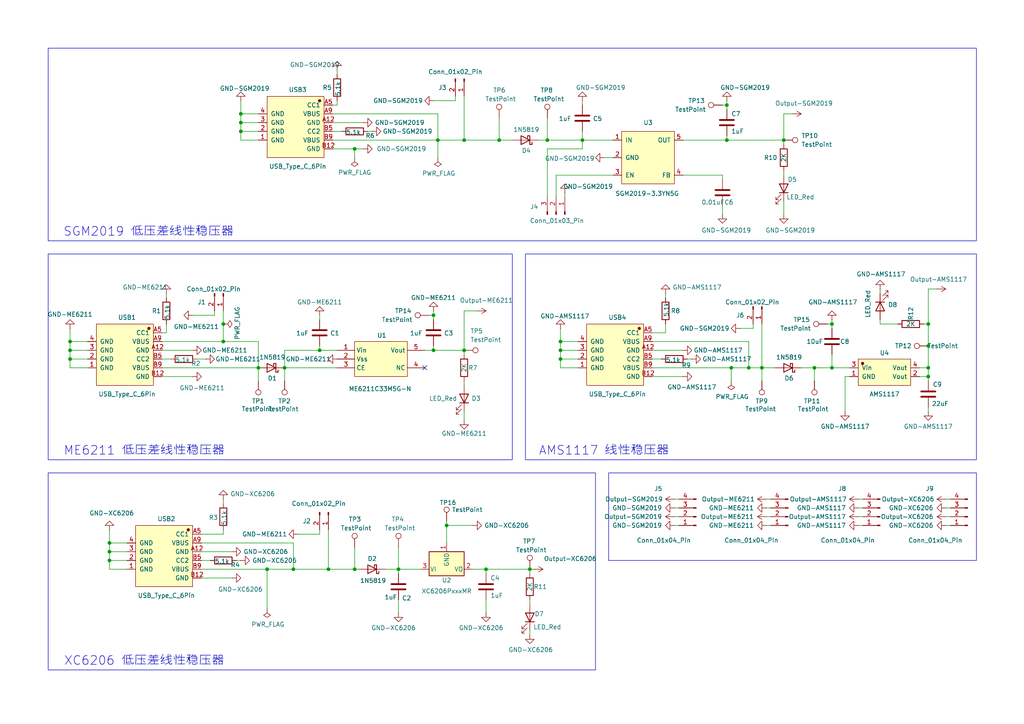
<source format=kicad_sch>
(kicad_sch (version 20231120) (generator "eeschema") (generator_version "8.0")
  (paper "A4")
  (title_block (title "UINIO-Power-LDO") (date "2024-04-23") (rev "Version 1.0.0") (company "UinIO.com 电子技术实验室"))
  (lib_symbols
    (symbol "Connector:Conn_01x02_Pin" (pin_names (offset 1.016) hide)
      (property "Reference" "J" (at 0 2.54 0))
      (property "Value" "Conn_01x02_Pin" (at 0 -5.08 0))
      (symbol "Conn_01x02_Pin_1_1"
        (pin passive line (at 5.08 0 180) (length 3.81) (name "Pin_1") (number "1"))
        (pin passive line (at 5.08 -2.54 180) (length 3.81) (name "Pin_2") (number "2"))
      )
    )
    (symbol "Connector:Conn_01x03_Pin" (pin_names (offset 1.016) hide)
      (property "Reference" "J" (at 0 5.08 0))
      (property "Value" "Conn_01x03_Pin" (at 0 -5.08 0))
      (symbol "Conn_01x03_Pin_1_1"
        (pin passive line (at 5.08 2.54 180) (length 3.81) (name "Pin_1") (number "1"))
        (pin passive line (at 5.08 0 180) (length 3.81) (name "Pin_2") (number "2"))
        (pin passive line (at 5.08 -2.54 180) (length 3.81) (name "Pin_3") (number "3"))
      )
    )
    (symbol "Connector:Conn_01x04_Pin" (pin_names (offset 1.016) hide)
      (property "Reference" "J" (at 0 5.08 0))
      (property "Value" "Conn_01x04_Pin" (at 0 -7.62 0))
      (symbol "Conn_01x04_Pin_1_1"
        (pin passive line (at 5.08 2.54 180) (length 3.81) (name "Pin_1") (number "1"))
        (pin passive line (at 5.08 0 180) (length 3.81) (name "Pin_2") (number "2"))
        (pin passive line (at 5.08 -2.54 180) (length 3.81) (name "Pin_3") (number "3"))
        (pin passive line (at 5.08 -5.08 180) (length 3.81) (name "Pin_4") (number "4"))
      )
    )
    (symbol "Connector:TestPoint" (pin_numbers hide) (pin_names (offset 0.762) hide)
      (property "Reference" "TP" (at 0 6.858 0))
      (property "Value" "TestPoint" (at 0 5.08 0))
      (symbol "TestPoint_1_1"
        (pin passive line (at 0 0 90) (length 2.54) (name "1") (number "1"))
      )
    )
    (symbol "Device:C" (pin_numbers hide) (pin_names (offset 0.254))
      (property "Reference" "C" (at 0.635 2.54 0))
      (property "Value" "C" (at 0.635 -2.54 0))
      (symbol "C_1_1"
        (pin passive line (at 0 3.81 270) (length 2.794) (name "~") (number "1"))
        (pin passive line (at 0 -3.81 90) (length 2.794) (name "~") (number "2"))
      )
    )
    (symbol "Device:LED" (pin_numbers hide) (pin_names (offset 1.016) hide)
      (property "Reference" "D" (at 0 2.54 0))
      (property "Value" "LED" (at 0 -2.54 0))
      (symbol "LED_1_1"
        (pin passive line (at -3.81 0 0) (length 2.54) (name "K") (number "1"))
        (pin passive line (at 3.81 0 180) (length 2.54) (name "A") (number "2"))
      )
    )
    (symbol "Device:R" (pin_numbers hide) (pin_names (offset 0))
      (property "Reference" "R" (at 2.032 0 90))
      (property "Value" "R" (at 0 0 90))
      (symbol "R_1_1"
        (pin passive line (at 0 3.81 270) (length 1.27) (name "~") (number "1"))
        (pin passive line (at 0 -3.81 90) (length 1.27) (name "~") (number "2"))
      )
    )
    (symbol "Diode:1N5819" (pin_numbers hide) (pin_names (offset 1.016) hide)
      (property "Reference" "D" (at 0 2.54 0))
      (property "Value" "1N5819" (at 0 -2.54 0))
      (symbol "1N5819_1_1"
        (pin passive line (at -3.81 0 0) (length 2.54) (name "K") (number "1"))
        (pin passive line (at 3.81 0 180) (length 2.54) (name "A") (number "2"))
      )
    )
    (symbol "Regulator_Linear:XC6206PxxxMR" (pin_names (offset 0.254))
      (property "Reference" "U" (at -3.81 3.175 0))
      (property "Value" "XC6206PxxxMR" (at 0 3.175 0))
      (symbol "XC6206PxxxMR_1_1"
        (pin power_in line (at 0 -7.62 90) (length 2.54) (name "GND") (number "1"))
        (pin power_out line (at 7.62 0 180) (length 2.54) (name "VO") (number "2"))
        (pin power_in line (at -7.62 0 0) (length 2.54) (name "VI") (number "3"))
      )
    )
    (symbol "Uinio:AMS1117" (pin_names (offset 1.016))
      (property "Reference" "U" (at 0 6.477 0))
      (property "Value" "AMS1117" (at 0 -6.35 0))
      (symbol "AMS1117_1_1"
        (pin input line (at -10.16 -1.27 0) (length 2.54) (name "GND") (number "1"))
        (pin input line (at 10.16 -1.27 180) (length 2.54) (name "Vout") (number "2"))
        (pin input line (at -10.16 1.27 0) (length 2.54) (name "Vin") (number "3"))
        (pin input line (at 10.16 1.27 180) (length 2.54) (name "Vout") (number "4"))
      )
    )
    (symbol "Uinio:ME6211"
      (property "Reference" "V1" (at 5.08 2.54 0))
      (property "Value" "ME6211" (at 8.89 -10.16 0))
      (symbol "ME6211_1_0"
        (pin passive line (at 0 0 0) (length 5.08) (name "Vin") (number "1"))
        (pin passive line (at 0 -2.54 0) (length 5.08) (name "Vss") (number "2"))
        (pin passive line (at 0 -5.08 0) (length 5.08) (name "CE") (number "3"))
        (pin passive line (at 25.4 -5.08 180) (length 5.08) (name "NC") (number "4"))
        (pin passive line (at 25.4 0 180) (length 5.08) (name "Vout") (number "5"))
      )
    )
    (symbol "Uinio:SGM2019-3.3YN5G" (pin_names (offset 1.016))
      (property "Reference" "U1" (at 0 12.7 0))
      (property "Value" "SGM2019-3.3YN5G" (at 0 -11.43 0))
      (symbol "SGM2019-3.3YN5G_1_1"
        (pin input line (at -10.16 5.08 0) (length 2.54) (name "IN") (number "1"))
        (pin input line (at -10.16 0 0) (length 2.54) (name "GND") (number "2"))
        (pin input line (at -10.16 -5.08 0) (length 2.54) (name "EN") (number "3"))
        (pin input line (at 10.16 -5.08 180) (length 2.54) (name "FB") (number "4"))
        (pin input line (at 10.16 5.08 180) (length 2.54) (name "OUT") (number "5"))
      )
    )
    (symbol "Uinio:USB_Type_C_6Pin" (pin_names (offset 1.016))
      (property "Reference" "USB1" (at -1.27 10.795 0))
      (property "Value" "USB_Type_C_6Pin" (at -1.27 -11.43 0))
      (symbol "USB_Type_C_6Pin_1_1"
        (pin input line (at 10.16 -3.81 180) (length 2.54) (name "GND") (number "1"))
        (pin input line (at 10.16 -1.27 180) (length 2.54) (name "GND") (number "2"))
        (pin input line (at 10.16 1.27 180) (length 2.54) (name "GND") (number "3"))
        (pin input line (at 10.16 3.81 180) (length 2.54) (name "GND") (number "4"))
        (pin input line (at -11.43 1.27 0) (length 2.54) (name "GND") (number "A12"))
        (pin input line (at -11.43 6.35 0) (length 2.54) (name "CC1") (number "A5"))
        (pin input line (at -11.43 3.81 0) (length 2.54) (name "VBUS") (number "A9"))
        (pin input line (at -11.43 -6.35 0) (length 2.54) (name "GND") (number "B12"))
        (pin input line (at -11.43 -1.27 0) (length 2.54) (name "CC2") (number "B5"))
        (pin input line (at -11.43 -3.81 0) (length 2.54) (name "VBUS") (number "B9"))
      )
    )
    (symbol "power:GND" (power) (pin_numbers hide) (pin_names (offset 0) hide)
      (property "Value" "GND" (at 0 -3.81 0))
      (symbol "GND_1_1"
        (pin power_in line (at 0 0 270) (length 0) (name "~") (number "1"))
      )
    )
    (symbol "power:PWR_FLAG" (power) (pin_numbers hide) (pin_names (offset 0) hide)
      (property "Value" "PWR_FLAG" (at 0 3.81 0))
      (symbol "PWR_FLAG_0_0"
        (pin power_out line (at 0 0 90) (length 0) (name "~") (number "1"))
      )
    )
    (symbol "power:VDD" (power) (pin_numbers hide) (pin_names (offset 0) hide)
      (property "Value" "VDD" (at 0 3.556 0))
      (symbol "VDD_1_1"
        (pin power_in line (at 0 0 90) (length 0) (name "~") (number "1"))
      )
    )
  )
  (junction (at 102.87 43.18))
  (junction (at 31.75 157.48))
  (junction (at 77.47 165.1))
  (junction (at 269.24 109.22))
  (junction (at 212.09 106.68))
  (junction (at 269.24 106.68))
  (junction (at 162.56 104.14))
  (junction (at 140.97 165.1))
  (junction (at 20.32 99.06))
  (junction (at 69.85 35.56))
  (junction (at 210.82 40.64))
  (junction (at 210.82 30.48))
  (junction (at 162.56 101.6))
  (junction (at 269.24 100.33))
  (junction (at 134.62 101.6))
  (junction (at 115.57 165.1))
  (junction (at 144.78 40.64))
  (junction (at 241.3 106.68))
  (junction (at 227.33 40.64))
  (junction (at 125.73 101.6))
  (junction (at 69.85 33.02))
  (junction (at 69.85 38.1))
  (junction (at 31.75 160.02))
  (junction (at 168.91 40.64))
  (junction (at 134.62 40.64))
  (junction (at 102.87 165.1))
  (junction (at 241.3 93.98))
  (junction (at 125.73 91.44))
  (junction (at 74.93 106.68))
  (junction (at 162.56 99.06))
  (junction (at 236.22 106.68))
  (junction (at 31.75 162.56))
  (junction (at 220.98 106.68))
  (junction (at 64.77 99.06))
  (junction (at 269.24 93.98))
  (junction (at 153.67 165.1))
  (junction (at 217.17 106.68))
  (junction (at 92.71 101.6))
  (junction (at 127 40.64))
  (junction (at 64.77 93.98))
  (junction (at 85.09 165.1))
  (junction (at 95.25 165.1))
  (junction (at 82.55 106.68))
  (junction (at 158.75 40.64))
  (junction (at 129.54 152.4))
  (junction (at 20.32 104.14))
  (junction (at 20.32 101.6))
  (no_connect (at 123.19 106.68))
  (wire (pts (xy 95.25 153.67) (xy 95.25 165.1)))
  (wire (pts (xy 102.87 45.72) (xy 102.87 43.18)))
  (wire (pts (xy 158.75 43.18) (xy 158.75 57.15)))
  (wire (pts (xy 248.92 149.86) (xy 250.19 149.86)))
  (wire (pts (xy 46.99 104.14) (xy 49.53 104.14)))
  (wire (pts (xy 58.42 167.64) (xy 67.31 167.64)))
  (wire (pts (xy 153.67 182.88) (xy 153.67 184.15)))
  (wire (pts (xy 191.77 104.14) (xy 189.23 104.14)))
  (wire (pts (xy 125.73 100.33) (xy 125.73 101.6)))
  (wire (pts (xy 134.62 27.94) (xy 134.62 40.64)))
  (wire (pts (xy 64.77 153.67) (xy 64.77 154.94)))
  (wire (pts (xy 158.75 43.18) (xy 168.91 43.18)))
  (wire (pts (xy 46.99 96.52) (xy 48.26 96.52)))
  (wire (pts (xy 20.32 104.14) (xy 25.4 104.14)))
  (wire (pts (xy 134.62 101.6) (xy 134.62 90.17)))
  (wire (pts (xy 269.24 83.82) (xy 271.78 83.82)))
  (wire (pts (xy 241.3 92.71) (xy 241.3 93.98)))
  (wire (pts (xy 69.85 162.56) (xy 68.58 162.56)))
  (wire (pts (xy 274.32 144.78) (xy 275.59 144.78)))
  (wire (pts (xy 134.62 90.17) (xy 138.43 90.17)))
  (wire (pts (xy 162.56 104.14) (xy 167.64 104.14)))
  (wire (pts (xy 67.31 160.02) (xy 58.42 160.02)))
  (wire (pts (xy 195.58 152.4) (xy 196.85 152.4)))
  (wire (pts (xy 107.95 38.1) (xy 106.68 38.1)))
  (wire (pts (xy 162.56 106.68) (xy 167.64 106.68)))
  (wire (pts (xy 163.83 55.88) (xy 163.83 57.15)))
  (wire (pts (xy 161.29 50.8) (xy 161.29 57.15)))
  (wire (pts (xy 92.71 101.6) (xy 97.79 101.6)))
  (wire (pts (xy 209.55 62.23) (xy 209.55 59.69)))
  (wire (pts (xy 222.25 147.32) (xy 223.52 147.32)))
  (wire (pts (xy 241.3 95.25) (xy 241.3 93.98)))
  (wire (pts (xy 97.79 20.32) (xy 97.79 21.59)))
  (wire (pts (xy 85.09 157.48) (xy 85.09 165.1)))
  (wire (pts (xy 31.75 157.48) (xy 31.75 153.67)))
  (wire (pts (xy 123.19 101.6) (xy 125.73 101.6)))
  (wire (pts (xy 134.62 119.38) (xy 134.62 121.92)))
  (wire (pts (xy 129.54 152.4) (xy 137.16 152.4)))
  (wire (pts (xy 77.47 165.1) (xy 58.42 165.1)))
  (wire (pts (xy 220.98 106.68) (xy 224.79 106.68)))
  (wire (pts (xy 198.12 50.8) (xy 209.55 50.8)))
  (wire (pts (xy 162.56 99.06) (xy 167.64 99.06)))
  (wire (pts (xy 105.41 35.56) (xy 96.52 35.56)))
  (wire (pts (xy 74.93 99.06) (xy 74.93 106.68)))
  (wire (pts (xy 214.63 95.25) (xy 218.44 95.25)))
  (wire (pts (xy 269.24 93.98) (xy 269.24 100.33)))
  (wire (pts (xy 195.58 144.78) (xy 196.85 144.78)))
  (wire (pts (xy 162.56 106.68) (xy 162.56 104.14)))
  (wire (pts (xy 129.54 151.13) (xy 129.54 152.4)))
  (wire (pts (xy 236.22 110.49) (xy 236.22 106.68)))
  (wire (pts (xy 168.91 38.1) (xy 168.91 40.64)))
  (wire (pts (xy 168.91 43.18) (xy 168.91 40.64)))
  (wire (pts (xy 62.23 91.44) (xy 55.88 91.44)))
  (wire (pts (xy 222.25 144.78) (xy 223.52 144.78)))
  (wire (pts (xy 85.09 165.1) (xy 95.25 165.1)))
  (wire (pts (xy 227.33 33.02) (xy 229.87 33.02)))
  (wire (pts (xy 58.42 162.56) (xy 60.96 162.56)))
  (wire (pts (xy 115.57 173.99) (xy 115.57 177.8)))
  (wire (pts (xy 69.85 35.56) (xy 69.85 38.1)))
  (wire (pts (xy 125.73 90.17) (xy 125.73 91.44)))
  (wire (pts (xy 227.33 41.91) (xy 227.33 40.64)))
  (wire (pts (xy 269.24 106.68) (xy 269.24 109.22)))
  (wire (pts (xy 31.75 165.1) (xy 31.75 162.56)))
  (wire (pts (xy 127 40.64) (xy 134.62 40.64)))
  (wire (pts (xy 161.29 50.8) (xy 177.8 50.8)))
  (wire (pts (xy 144.78 40.64) (xy 148.59 40.64)))
  (wire (pts (xy 64.77 99.06) (xy 46.99 99.06)))
  (wire (pts (xy 129.54 152.4) (xy 129.54 157.48)))
  (wire (pts (xy 158.75 40.64) (xy 168.91 40.64)))
  (wire (pts (xy 198.12 101.6) (xy 189.23 101.6)))
  (wire (pts (xy 193.04 85.09) (xy 193.04 86.36)))
  (wire (pts (xy 95.25 165.1) (xy 102.87 165.1)))
  (wire (pts (xy 115.57 166.37) (xy 115.57 165.1)))
  (wire (pts (xy 232.41 106.68) (xy 236.22 106.68)))
  (wire (pts (xy 125.73 91.44) (xy 125.73 92.71)))
  (wire (pts (xy 74.93 99.06) (xy 64.77 99.06)))
  (wire (pts (xy 158.75 40.64) (xy 156.21 40.64)))
  (wire (pts (xy 200.66 104.14) (xy 199.39 104.14)))
  (wire (pts (xy 227.33 58.42) (xy 227.33 62.23)))
  (wire (pts (xy 162.56 101.6) (xy 162.56 104.14)))
  (wire (pts (xy 195.58 149.86) (xy 196.85 149.86)))
  (wire (pts (xy 102.87 165.1) (xy 104.14 165.1)))
  (wire (pts (xy 241.3 106.68) (xy 241.3 102.87)))
  (wire (pts (xy 189.23 106.68) (xy 212.09 106.68)))
  (wire (pts (xy 46.99 106.68) (xy 74.93 106.68)))
  (wire (pts (xy 55.88 101.6) (xy 46.99 101.6)))
  (wire (pts (xy 102.87 158.75) (xy 102.87 165.1)))
  (wire (pts (xy 222.25 152.4) (xy 223.52 152.4)))
  (wire (pts (xy 69.85 40.64) (xy 69.85 38.1)))
  (wire (pts (xy 168.91 29.21) (xy 168.91 30.48)))
  (wire (pts (xy 245.11 109.22) (xy 246.38 109.22)))
  (wire (pts (xy 210.82 40.64) (xy 227.33 40.64)))
  (wire (pts (xy 74.93 110.49) (xy 74.93 106.68)))
  (wire (pts (xy 85.09 157.48) (xy 58.42 157.48)))
  (wire (pts (xy 124.46 91.44) (xy 125.73 91.44)))
  (wire (pts (xy 64.77 144.78) (xy 64.77 146.05)))
  (wire (pts (xy 212.09 106.68) (xy 212.09 110.49)))
  (wire (pts (xy 31.75 165.1) (xy 36.83 165.1)))
  (wire (pts (xy 227.33 33.02) (xy 227.33 40.64)))
  (wire (pts (xy 77.47 165.1) (xy 77.47 176.53)))
  (wire (pts (xy 198.12 40.64) (xy 210.82 40.64)))
  (wire (pts (xy 48.26 96.52) (xy 48.26 93.98)))
  (wire (pts (xy 134.62 111.76) (xy 134.62 110.49)))
  (wire (pts (xy 158.75 34.29) (xy 158.75 40.64)))
  (wire (pts (xy 31.75 160.02) (xy 31.75 162.56)))
  (wire (pts (xy 267.97 93.98) (xy 269.24 93.98)))
  (wire (pts (xy 82.55 101.6) (xy 82.55 106.68)))
  (wire (pts (xy 115.57 165.1) (xy 121.92 165.1)))
  (wire (pts (xy 82.55 110.49) (xy 82.55 106.68)))
  (wire (pts (xy 220.98 93.98) (xy 220.98 106.68)))
  (wire (pts (xy 46.99 109.22) (xy 55.88 109.22)))
  (wire (pts (xy 162.56 99.06) (xy 162.56 101.6)))
  (wire (pts (xy 31.75 160.02) (xy 36.83 160.02)))
  (wire (pts (xy 125.73 101.6) (xy 134.62 101.6)))
  (wire (pts (xy 127 40.64) (xy 127 45.72)))
  (wire (pts (xy 144.78 34.29) (xy 144.78 40.64)))
  (wire (pts (xy 20.32 101.6) (xy 25.4 101.6)))
  (wire (pts (xy 96.52 30.48) (xy 97.79 30.48)))
  (wire (pts (xy 245.11 109.22) (xy 245.11 119.38)))
  (wire (pts (xy 69.85 35.56) (xy 74.93 35.56)))
  (wire (pts (xy 210.82 31.75) (xy 210.82 30.48)))
  (wire (pts (xy 20.32 101.6) (xy 20.32 104.14)))
  (wire (pts (xy 227.33 49.53) (xy 227.33 50.8)))
  (wire (pts (xy 241.3 106.68) (xy 246.38 106.68)))
  (wire (pts (xy 140.97 165.1) (xy 153.67 165.1)))
  (wire (pts (xy 105.41 43.18) (xy 102.87 43.18)))
  (wire (pts (xy 115.57 158.75) (xy 115.57 165.1)))
  (wire (pts (xy 69.85 33.02) (xy 69.85 29.21)))
  (wire (pts (xy 132.08 27.94) (xy 132.08 29.21)))
  (wire (pts (xy 132.08 29.21) (xy 125.73 29.21)))
  (wire (pts (xy 92.71 91.44) (xy 92.71 92.71)))
  (wire (pts (xy 20.32 99.06) (xy 25.4 99.06)))
  (wire (pts (xy 31.75 162.56) (xy 36.83 162.56)))
  (wire (pts (xy 20.32 106.68) (xy 25.4 106.68)))
  (wire (pts (xy 210.82 39.37) (xy 210.82 40.64)))
  (wire (pts (xy 134.62 102.87) (xy 134.62 101.6)))
  (wire (pts (xy 48.26 85.09) (xy 48.26 86.36)))
  (wire (pts (xy 218.44 93.98) (xy 218.44 95.25)))
  (wire (pts (xy 269.24 83.82) (xy 269.24 93.98)))
  (wire (pts (xy 20.32 99.06) (xy 20.32 95.25)))
  (wire (pts (xy 154.94 165.1) (xy 153.67 165.1)))
  (wire (pts (xy 69.85 38.1) (xy 74.93 38.1)))
  (wire (pts (xy 20.32 106.68) (xy 20.32 104.14)))
  (wire (pts (xy 86.36 154.94) (xy 92.71 154.94)))
  (wire (pts (xy 127 33.02) (xy 96.52 33.02)))
  (wire (pts (xy 111.76 165.1) (xy 115.57 165.1)))
  (wire (pts (xy 220.98 110.49) (xy 220.98 106.68)))
  (wire (pts (xy 212.09 106.68) (xy 217.17 106.68)))
  (wire (pts (xy 127 33.02) (xy 127 40.64)))
  (wire (pts (xy 92.71 154.94) (xy 92.71 153.67)))
  (wire (pts (xy 162.56 101.6) (xy 167.64 101.6)))
  (wire (pts (xy 69.85 40.64) (xy 74.93 40.64)))
  (wire (pts (xy 153.67 175.26) (xy 153.67 173.99)))
  (wire (pts (xy 269.24 118.11) (xy 269.24 119.38)))
  (wire (pts (xy 62.23 91.44) (xy 62.23 90.17)))
  (wire (pts (xy 195.58 147.32) (xy 196.85 147.32)))
  (wire (pts (xy 64.77 93.98) (xy 64.77 99.06)))
  (wire (pts (xy 255.27 93.98) (xy 255.27 92.71)))
  (wire (pts (xy 20.32 99.06) (xy 20.32 101.6)))
  (wire (pts (xy 255.27 85.09) (xy 255.27 83.82)))
  (wire (pts (xy 31.75 157.48) (xy 36.83 157.48)))
  (wire (pts (xy 58.42 154.94) (xy 64.77 154.94)))
  (wire (pts (xy 82.55 106.68) (xy 97.79 106.68)))
  (wire (pts (xy 69.85 33.02) (xy 69.85 35.56)))
  (wire (pts (xy 222.25 149.86) (xy 223.52 149.86)))
  (wire (pts (xy 240.03 93.98) (xy 241.3 93.98)))
  (wire (pts (xy 69.85 33.02) (xy 74.93 33.02)))
  (wire (pts (xy 217.17 99.06) (xy 217.17 106.68)))
  (wire (pts (xy 137.16 165.1) (xy 140.97 165.1)))
  (wire (pts (xy 217.17 106.68) (xy 220.98 106.68)))
  (wire (pts (xy 168.91 40.64) (xy 177.8 40.64)))
  (wire (pts (xy 77.47 165.1) (xy 85.09 165.1)))
  (wire (pts (xy 140.97 166.37) (xy 140.97 165.1)))
  (wire (pts (xy 274.32 147.32) (xy 275.59 147.32)))
  (wire (pts (xy 59.69 104.14) (xy 57.15 104.14)))
  (wire (pts (xy 31.75 157.48) (xy 31.75 160.02)))
  (wire (pts (xy 82.55 101.6) (xy 92.71 101.6)))
  (wire (pts (xy 269.24 110.49) (xy 269.24 109.22)))
  (wire (pts (xy 248.92 144.78) (xy 250.19 144.78)))
  (wire (pts (xy 266.7 106.68) (xy 269.24 106.68)))
  (wire (pts (xy 175.26 45.72) (xy 177.8 45.72)))
  (wire (pts (xy 209.55 50.8) (xy 209.55 52.07)))
  (wire (pts (xy 209.55 30.48) (xy 210.82 30.48)))
  (wire (pts (xy 248.92 147.32) (xy 250.19 147.32)))
  (wire (pts (xy 189.23 109.22) (xy 198.12 109.22)))
  (wire (pts (xy 96.52 43.18) (xy 102.87 43.18)))
  (wire (pts (xy 266.7 109.22) (xy 269.24 109.22)))
  (wire (pts (xy 274.32 149.86) (xy 275.59 149.86)))
  (wire (pts (xy 210.82 30.48) (xy 210.82 29.21)))
  (wire (pts (xy 96.52 38.1) (xy 99.06 38.1)))
  (wire (pts (xy 153.67 166.37) (xy 153.67 165.1)))
  (wire (pts (xy 193.04 96.52) (xy 189.23 96.52)))
  (wire (pts (xy 134.62 40.64) (xy 144.78 40.64)))
  (wire (pts (xy 193.04 93.98) (xy 193.04 96.52)))
  (wire (pts (xy 64.77 90.17) (xy 64.77 93.98)))
  (wire (pts (xy 162.56 99.06) (xy 162.56 95.25)))
  (wire (pts (xy 269.24 100.33) (xy 269.24 106.68)))
  (wire (pts (xy 217.17 99.06) (xy 189.23 99.06)))
  (wire (pts (xy 260.35 93.98) (xy 255.27 93.98)))
  (wire (pts (xy 274.32 152.4) (xy 275.59 152.4)))
  (wire (pts (xy 96.52 40.64) (xy 127 40.64)))
  (wire (pts (xy 92.71 100.33) (xy 92.71 101.6)))
  (wire (pts (xy 248.92 152.4) (xy 250.19 152.4)))
  (wire (pts (xy 140.97 173.99) (xy 140.97 177.8)))
  (wire (pts (xy 97.79 30.48) (xy 97.79 29.21)))
  (wire (pts (xy 236.22 106.68) (xy 241.3 106.68)))
  (rectangle (start 152.4 73.66) (end 283.21 133.35))
  (rectangle (start 176.53 137.16) (end 283.21 162.56))
  (rectangle (start 13.97 137.16) (end 172.72 194.31))
  (rectangle (start 13.97 73.66) (end 148.59 133.35))
  (rectangle (start 13.97 13.97) (end 283.21 69.85))
  (text "XC6206 低压差线性稳压器" (at 41.91 191.77 0) (effects (font (size 2.54 2.54))))
  (text "SGM2019 低压差线性稳压器" (at 43.18 67.31 0) (effects (font (size 2.54 2.54))))
  (text "ME6211 低压差线性稳压器" (at 41.91 130.81 0) (effects (font (size 2.54 2.54))))
  (text "AMS1117 线性稳压器" (at 175.26 130.81 0) (effects (font (size 2.54 2.54))))
  (symbol (lib_id "power:VDD") (at 154.94 165.1 270) (unit 1)
    (property "Reference" "#PWR027" (effects (hide yes)))
    (property "Value" "Output-XC6206" (at 157.734 162.052 90) (effects (justify left)))
    (property "Description" "Power symbol creates a global label with name \"VDD\"" (effects (hide yes)))
  )
  (symbol (lib_id "power:VDD") (at 274.32 149.86 90) (unit 1)
    (property "Reference" "#PWR059" (effects (hide yes)))
    (property "Value" "Output-XC6206" (at 270.764 149.86 90) (effects (justify left)))
    (property "Description" "Power symbol creates a global label with name \"VDD\"" (effects (hide yes)))
  )
  (symbol (lib_id "power:GND") (at 20.32 95.25 180) (unit 1)
    (property "Reference" "#PWR01" (effects (hide yes)))
    (property "Value" "GND-ME6211" (at 20.32 91.186 0))
    (property "Description" "Power symbol creates a global label with name \"GND\" , ground" (effects (hide yes)))
  )
  (symbol (lib_id "power:GND") (at 198.12 101.6 90) (unit 1)
    (property "Reference" "#PWR037" (effects (hide yes)))
    (property "Value" "GND-AMS1117" (at 201.168 101.6 90) (effects (justify right)))
    (property "Description" "Power symbol creates a global label with name \"GND\" , ground" (effects (hide yes)))
  )
  (symbol (lib_id "Connector:TestPoint") (at 269.24 100.33 90) (unit 1)
    (property "Reference" "TP12" (at 264.414 100.33 90) (effects (justify left)))
    (property "Value" "TestPoint" (at 277.876 100.33 90) (effects (justify left)))
    (property "Footprint" "TestPoint:TestPoint_Pad_D1.5mm" (effects (hide yes)))
    (property "Description" "test point" (effects (hide yes)))
  )
  (symbol (lib_id "power:GND") (at 274.32 147.32 270) (unit 1)
    (property "Reference" "#PWR058" (effects (hide yes)))
    (property "Value" "GND-XC6206" (at 270.764 147.32 90) (effects (justify right)))
    (property "Description" "Power symbol creates a global label with name \"GND\" , ground" (effects (hide yes)))
  )
  (symbol (lib_id "Device:R") (at 64.77 149.86 180) (unit 1)
    (property "Reference" "R3" (at 63.246 150.114 0) (effects (justify left)))
    (property "Value" "5.1k" (at 65.024 148.082 90) (effects (justify left)))
    (property "Footprint" "Resistor_SMD:R_0603_1608Metric" (effects (hide yes)))
    (property "Description" "Resistor" (effects (hide yes)))
  )
  (symbol (lib_id "Connector:Conn_01x04_Pin") (at 255.27 149.86 180) (unit 1)
    (property "Reference" "J8" (at 243.078 141.732 0) (effects (justify right)))
    (property "Value" "Conn_01x04_Pin" (at 237.998 156.718 0) (effects (justify right)))
    (property "Footprint" "Connector_PinHeader_2.54mm:PinHeader_1x04_P2.54mm_Vertical" (effects (hide yes)))
    (property "Description" "Generic connector, single row, 01x04, script generated" (effects (hide yes)))
  )
  (symbol (lib_id "power:GND") (at 31.75 153.67 180) (unit 1)
    (property "Reference" "#PWR02" (effects (hide yes)))
    (property "Value" "GND-XC6206" (at 25.908 148.844 0) (effects (justify right)))
    (property "Description" "Power symbol creates a global label with name \"GND\" , ground" (effects (hide yes)))
  )
  (symbol (lib_id "Connector:Conn_01x02_Pin") (at 134.62 22.86 270) (unit 1)
    (property "Reference" "J3" (at 129.54 25.4 90) (effects (justify right)))
    (property "Value" "Conn_01x02_Pin" (at 139.954 20.828 90) (effects (justify right)))
    (property "Footprint" "Connector_PinHeader_2.54mm:PinHeader_1x02_P2.54mm_Vertical" (effects (hide yes)))
    (property "Description" "Generic connector, single row, 01x02, script generated" (effects (hide yes)))
  )
  (symbol (lib_id "power:GND") (at 67.31 160.02 90) (unit 1)
    (property "Reference" "#PWR09" (effects (hide yes)))
    (property "Value" "GND-XC6206" (at 70.612 160.02 90) (effects (justify right)))
    (property "Description" "Power symbol creates a global label with name \"GND\" , ground" (effects (hide yes)))
  )
  (symbol (lib_id "power:GND") (at 163.83 55.88 0) (mirror x) (unit 1)
    (property "Reference" "#PWR029" (effects (hide yes)))
    (property "Value" "GND-SGM2019" (at 177.8 54.102 0) (effects (justify right)))
    (property "Description" "Power symbol creates a global label with name \"GND\" , ground" (effects (hide yes)))
  )
  (symbol (lib_id "Uinio:USB_Type_C_6Pin") (at 46.99 161.29 0) (mirror y) (unit 1)
    (property "Reference" "USB2" (at 48.26 150.495 0))
    (property "Value" "USB_Type_C_6Pin" (at 48.26 172.72 0))
    (property "Footprint" "Uinio:USB-TYPEC-250-BRP6L68" (effects (hide yes)))
    (property "uuid" "std:2c2510636cee4069ad38e03b5f14209b" (effects (hide yes)))
  )
  (symbol (lib_id "power:GND") (at 134.62 121.92 0) (unit 1)
    (property "Reference" "#PWR023" (effects (hide yes)))
    (property "Value" "GND-ME6211" (at 134.62 125.73 0))
    (property "Description" "Power symbol creates a global label with name \"GND\" , ground" (effects (hide yes)))
  )
  (symbol (lib_id "Device:LED") (at 153.67 179.07 270) (mirror x) (unit 1)
    (property "Reference" "D7" (at 157.734 178.054 90) (effects (justify right)))
    (property "Value" "LED_Red" (at 162.814 181.864 90) (effects (justify right)))
    (property "Footprint" "LED_SMD:LED_0603_1608Metric" (effects (hide yes)))
    (property "Description" "Light emitting diode" (effects (hide yes)))
  )
  (symbol (lib_id "Connector:TestPoint") (at 153.67 165.1 0) (unit 1)
    (property "Reference" "TP7" (at 151.638 156.972 0) (effects (justify left)))
    (property "Value" "TestPoint" (at 149.606 159.512 0) (effects (justify left)))
    (property "Footprint" "TestPoint:TestPoint_Pad_D1.5mm" (effects (hide yes)))
    (property "Description" "test point" (effects (hide yes)))
  )
  (symbol (lib_id "power:GND") (at 55.88 91.44 270) (unit 1)
    (property "Reference" "#PWR04" (effects (hide yes)))
    (property "Value" "GND-ME6211" (at 63.5 94.742 90) (effects (justify right)))
    (property "Description" "Power symbol creates a global label with name \"GND\" , ground" (effects (hide yes)))
  )
  (symbol (lib_id "power:PWR_FLAG") (at 212.09 110.49 0) (mirror x) (unit 1)
    (property "Reference" "#FLG05" (effects (hide yes)))
    (property "Value" "PWR_FLAG" (at 212.344 115.062 0))
    (property "Description" "Special symbol for telling ERC where power comes from" (effects (hide yes)))
  )
  (symbol (lib_id "power:VDD") (at 274.32 144.78 90) (unit 1)
    (property "Reference" "#PWR057" (effects (hide yes)))
    (property "Value" "Output-XC6206" (at 271.018 144.78 90) (effects (justify left)))
    (property "Description" "Power symbol creates a global label with name \"VDD\"" (effects (hide yes)))
  )
  (symbol (lib_id "power:GND") (at 209.55 62.23 0) (mirror y) (unit 1)
    (property "Reference" "#PWR040" (effects (hide yes)))
    (property "Value" "GND-SGM2019" (at 203.454 66.802 0) (effects (justify right)))
    (property "Description" "Power symbol creates a global label with name \"GND\" , ground" (effects (hide yes)))
  )
  (symbol (lib_id "power:PWR_FLAG") (at 127 45.72 0) (mirror x) (unit 1)
    (property "Reference" "#FLG04" (effects (hide yes)))
    (property "Value" "PWR_FLAG" (at 127.254 50.292 0))
    (property "Description" "Special symbol for telling ERC where power comes from" (effects (hide yes)))
  )
  (symbol (lib_id "power:VDD") (at 248.92 144.78 90) (unit 1)
    (property "Reference" "#PWR051" (effects (hide yes)))
    (property "Value" "Output-AMS1117" (at 245.618 144.78 90) (effects (justify left)))
    (property "Description" "Power symbol creates a global label with name \"VDD\"" (effects (hide yes)))
  )
  (symbol (lib_id "Connector:Conn_01x04_Pin") (at 228.6 149.86 180) (unit 1)
    (property "Reference" "J7" (effects (hide yes)))
    (property "Value" "Conn_01x04_Pin" (at 210.058 156.718 0) (effects (justify right)))
    (property "Footprint" "Connector_PinHeader_2.54mm:PinHeader_1x04_P2.54mm_Vertical" (effects (hide yes)))
    (property "Description" "Generic connector, single row, 01x04, script generated" (effects (hide yes)))
  )
  (symbol (lib_id "Uinio:USB_Type_C_6Pin") (at 35.56 102.87 0) (mirror y) (unit 1)
    (property "Reference" "USB1" (at 36.83 92.075 0))
    (property "Value" "USB_Type_C_6Pin" (at 36.83 114.3 0))
    (property "Footprint" "Uinio:USB-TYPEC-250-BRP6L68" (effects (hide yes)))
    (property "uuid" "std:2c2510636cee4069ad38e03b5f14209b" (effects (hide yes)))
  )
  (symbol (lib_id "power:GND") (at 115.57 177.8 0) (unit 1)
    (property "Reference" "#PWR020" (effects (hide yes)))
    (property "Value" "GND-XC6206" (at 120.65 182.118 0) (effects (justify right)))
    (property "Description" "Power symbol creates a global label with name \"GND\" , ground" (effects (hide yes)))
  )
  (symbol (lib_id "power:GND") (at 198.12 109.22 90) (unit 1)
    (property "Reference" "#PWR038" (effects (hide yes)))
    (property "Value" "GND-AMS1117" (at 193.548 112.268 90) (effects (justify right)))
    (property "Description" "Power symbol creates a global label with name \"GND\" , ground" (effects (hide yes)))
  )
  (symbol (lib_id "power:GND") (at 214.63 95.25 270) (unit 1)
    (property "Reference" "#PWR042" (effects (hide yes)))
    (property "Value" "GND-SGM2019" (at 211.582 95.25 90) (effects (justify right)))
    (property "Description" "Power symbol creates a global label with name \"GND\" , ground" (effects (hide yes)))
  )
  (symbol (lib_id "Device:R") (at 134.62 106.68 180) (unit 1)
    (property "Reference" "R7" (at 137.16 106.68 0))
    (property "Value" "2K" (at 134.62 106.68 90))
    (property "Footprint" "Resistor_SMD:R_0603_1608Metric" (effects (hide yes)))
    (property "Description" "Resistor" (effects (hide yes)))
  )
  (symbol (lib_id "power:VDD") (at 229.87 33.02 270) (unit 1)
    (property "Reference" "#PWR048" (effects (hide yes)))
    (property "Value" "Output-SGM2019" (at 224.79 29.972 90) (effects (justify left)))
    (property "Description" "Power symbol creates a global label with name \"VDD\"" (effects (hide yes)))
  )
  (symbol (lib_id "Device:C") (at 125.73 96.52 0) (unit 1)
    (property "Reference" "C3" (at 128.778 96.647 0) (effects (justify left)))
    (property "Value" "1uF" (at 118.872 96.647 0) (effects (justify left)))
    (property "Footprint" "Capacitor_SMD:C_0603_1608Metric" (effects (hide yes)))
    (property "Description" "Unpolarized capacitor" (effects (hide yes)))
  )
  (symbol (lib_id "power:GND") (at 162.56 95.25 180) (unit 1)
    (property "Reference" "#PWR028" (effects (hide yes)))
    (property "Value" "GND-AMS1117" (at 156.718 91.694 0) (effects (justify right)))
    (property "Description" "Power symbol creates a global label with name \"GND\" , ground" (effects (hide yes)))
  )
  (symbol (lib_id "power:GND") (at 200.66 104.14 90) (unit 1)
    (property "Reference" "#PWR039" (effects (hide yes)))
    (property "Value" "GND-AMS1117" (at 203.708 104.14 90) (effects (justify right)))
    (property "Description" "Power symbol creates a global label with name \"GND\" , ground" (effects (hide yes)))
  )
  (symbol (lib_id "Connector:TestPoint") (at 220.98 110.49 180) (unit 1)
    (property "Reference" "TP9" (at 222.758 116.332 0) (effects (justify left)))
    (property "Value" "TestPoint" (at 225.044 118.618 0) (effects (justify left)))
    (property "Footprint" "TestPoint:TestPoint_Pad_D1.5mm" (effects (hide yes)))
    (property "Description" "test point" (effects (hide yes)))
  )
  (symbol (lib_id "Diode:1N5819") (at 228.6 106.68 180) (unit 1)
    (property "Reference" "D6" (at 228.854 109.728 0))
    (property "Value" "1N5819" (at 228.854 103.632 0))
    (property "Footprint" "Diode_SMD:Nexperia_CFP3_SOD-123W" (effects (hide yes)))
    (property "Datasheet" "http://www.vishay.com/docs/88525/1n5817.pdf" (effects (hide yes)))
    (property "Description" "40V 1A Schottky Barrier Rectifier Diode, DO-41" (effects (hide yes)))
  )
  (symbol (lib_id "power:GND") (at 59.69 104.14 90) (unit 1)
    (property "Reference" "#PWR07" (effects (hide yes)))
    (property "Value" "GND-ME6211" (at 62.484 104.14 90) (effects (justify right)))
    (property "Description" "Power symbol creates a global label with name \"GND\" , ground" (effects (hide yes)))
  )
  (symbol (lib_id "Uinio:SGM2019-3.3YN5G") (at 187.96 45.72 0) (unit 1)
    (property "Reference" "U3" (at 187.96 35.56 0))
    (property "Value" "SGM2019-3.3YN5G" (at 187.706 56.134 0))
    (property "Footprint" "Uinio:SOT-23-5_L3.0-W1.7-P0.95-LS2.8-BR" (effects (hide yes)))
    (property "Datasheet" "http://www.szlcsc.com/product/details_24349.html" (effects (hide yes)))
    (property "SuppliersPartNumber" "C23613" (effects (hide yes)))
    (property "uuid" "std:4799549db2623ba828e4278e7bb8912d" (effects (hide yes)))
  )
  (symbol (lib_id "Uinio:USB_Type_C_6Pin") (at 85.09 36.83 0) (mirror y) (unit 1)
    (property "Reference" "USB3" (at 86.36 26.035 0))
    (property "Value" "USB_Type_C_6Pin" (at 86.36 48.26 0))
    (property "Footprint" "Uinio:USB-TYPEC-250-BRP6L68" (effects (hide yes)))
    (property "uuid" "std:2c2510636cee4069ad38e03b5f14209b" (effects (hide yes)))
  )
  (symbol (lib_id "Uinio:AMS1117") (at 256.54 107.95 0) (unit 1)
    (property "Reference" "U4" (at 256.54 102.362 0))
    (property "Value" "AMS1117" (at 256.54 114.3 0))
    (property "Footprint" "Uinio:SOT-223-3_L6.6-W3.5-P2.30-LS7.0-BL" (effects (hide yes)))
    (property "SuppliersPartNumber" "C9900000244" (effects (hide yes)))
    (property "uuid" "std:8a3e2c2e31c64a418536cb13c7bf041a" (effects (hide yes)))
  )
  (symbol (lib_id "power:GND") (at 97.79 104.14 270) (unit 1)
    (property "Reference" "#PWR016" (effects (hide yes)))
    (property "Value" "GND-ME6211" (at 89.408 104.14 90))
    (property "Description" "Power symbol creates a global label with name \"GND\" , ground" (effects (hide yes)))
  )
  (symbol (lib_id "Connector:Conn_01x02_Pin") (at 220.98 88.9 270) (unit 1)
    (property "Reference" "J6" (at 215.9 91.44 90) (effects (justify right)))
    (property "Value" "Conn_01x02_Pin" (at 226.06 87.63 90) (effects (justify right)))
    (property "Footprint" "Connector_PinHeader_2.54mm:PinHeader_1x02_P2.54mm_Vertical" (effects (hide yes)))
    (property "Description" "Generic connector, single row, 01x02, script generated" (effects (hide yes)))
  )
  (symbol (lib_id "Connector:TestPoint") (at 74.93 110.49 180) (unit 1)
    (property "Reference" "TP1" (at 76.708 116.332 0) (effects (justify left)))
    (property "Value" "TestPoint" (at 78.994 118.618 0) (effects (justify left)))
    (property "Footprint" "TestPoint:TestPoint_Pad_D1.5mm" (effects (hide yes)))
    (property "Description" "test point" (effects (hide yes)))
  )
  (symbol (lib_id "power:GND") (at 274.32 152.4 270) (unit 1)
    (property "Reference" "#PWR060" (effects (hide yes)))
    (property "Value" "GND-XC6206" (at 270.764 152.4 90) (effects (justify right)))
    (property "Description" "Power symbol creates a global label with name \"GND\" , ground" (effects (hide yes)))
  )
  (symbol (lib_id "power:VDD") (at 195.58 149.86 90) (unit 1)
    (property "Reference" "#PWR035" (effects (hide yes)))
    (property "Value" "Output-SGM2019" (at 192.024 149.86 90) (effects (justify left)))
    (property "Description" "Power symbol creates a global label with name \"VDD\"" (effects (hide yes)))
  )
  (symbol (lib_id "Device:R") (at 97.79 25.4 180) (unit 1)
    (property "Reference" "R5" (at 96.266 25.4 0) (effects (justify left)))
    (property "Value" "5.1k" (at 98.044 23.622 90) (effects (justify left)))
    (property "Footprint" "Resistor_SMD:R_0603_1608Metric" (effects (hide yes)))
    (property "Description" "Resistor" (effects (hide yes)))
  )
  (symbol (lib_id "Device:R") (at 64.77 162.56 90) (unit 1)
    (property "Reference" "R4" (at 69.596 163.83 90) (effects (justify left)))
    (property "Value" "5.1k" (at 66.548 162.814 90) (effects (justify left)))
    (property "Footprint" "Resistor_SMD:R_0603_1608Metric" (effects (hide yes)))
    (property "Description" "Resistor" (effects (hide yes)))
  )
  (symbol (lib_id "power:GND") (at 255.27 83.82 180) (unit 1)
    (property "Reference" "#PWR062" (effects (hide yes)))
    (property "Value" "GND-AMS1117" (at 255.524 79.502 0))
    (property "Description" "Power symbol creates a global label with name \"GND\" , ground" (effects (hide yes)))
  )
  (symbol (lib_id "power:GND") (at 69.85 29.21 180) (unit 1)
    (property "Reference" "#PWR011" (effects (hide yes)))
    (property "Value" "GND-SGM2019" (at 63.754 25.654 0) (effects (justify right)))
    (property "Description" "Power symbol creates a global label with name \"GND\" , ground" (effects (hide yes)))
  )
  (symbol (lib_id "Device:R") (at 48.26 90.17 180) (unit 1)
    (property "Reference" "R1" (at 46.736 90.17 0) (effects (justify left)))
    (property "Value" "5.1k" (at 48.514 88.392 90) (effects (justify left)))
    (property "Footprint" "Resistor_SMD:R_0603_1608Metric" (effects (hide yes)))
    (property "Description" "Resistor" (effects (hide yes)))
  )
  (symbol (lib_id "Connector:TestPoint") (at 124.46 91.44 90) (unit 1)
    (property "Reference" "TP14" (at 119.38 90.17 90) (effects (justify left)))
    (property "Value" "TestPoint" (at 119.634 92.71 90) (effects (justify left)))
    (property "Footprint" "TestPoint:TestPoint_Pad_D1.5mm" (effects (hide yes)))
    (property "Description" "test point" (effects (hide yes)))
  )
  (symbol (lib_id "Device:R") (at 53.34 104.14 90) (unit 1)
    (property "Reference" "R2" (at 58.166 105.41 90) (effects (justify left)))
    (property "Value" "5.1k" (at 55.118 104.394 90) (effects (justify left)))
    (property "Footprint" "Resistor_SMD:R_0603_1608Metric" (effects (hide yes)))
    (property "Description" "Resistor" (effects (hide yes)))
  )
  (symbol (lib_id "Connector:TestPoint") (at 134.62 101.6 270) (unit 1)
    (property "Reference" "TP5" (at 136.398 96.012 90) (effects (justify left)))
    (property "Value" "TestPoint" (at 136.398 98.552 90) (effects (justify left)))
    (property "Footprint" "TestPoint:TestPoint_Pad_D1.5mm" (effects (hide yes)))
    (property "Description" "test point" (effects (hide yes)))
  )
  (symbol (lib_id "power:VDD") (at 248.92 149.86 90) (unit 1)
    (property "Reference" "#PWR053" (effects (hide yes)))
    (property "Value" "Output-AMS1117" (at 245.364 149.86 90) (effects (justify left)))
    (property "Description" "Power symbol creates a global label with name \"VDD\"" (effects (hide yes)))
  )
  (symbol (lib_id "power:GND") (at 92.71 91.44 180) (unit 1)
    (property "Reference" "#PWR014" (effects (hide yes)))
    (property "Value" "GND-ME6211" (at 92.71 87.63 0))
    (property "Description" "Power symbol creates a global label with name \"GND\" , ground" (effects (hide yes)))
  )
  (symbol (lib_id "Connector:TestPoint") (at 209.55 30.48 90) (unit 1)
    (property "Reference" "TP13" (at 204.47 29.21 90) (effects (justify left)))
    (property "Value" "TestPoint" (at 204.724 31.75 90) (effects (justify left)))
    (property "Footprint" "TestPoint:TestPoint_Pad_D1.5mm" (effects (hide yes)))
    (property "Description" "test point" (effects (hide yes)))
  )
  (symbol (lib_id "power:GND") (at 55.88 109.22 90) (unit 1)
    (property "Reference" "#PWR06" (effects (hide yes)))
    (property "Value" "GND-ME6211" (at 52.07 112.522 90) (effects (justify right)))
    (property "Description" "Power symbol creates a global label with name \"GND\" , ground" (effects (hide yes)))
  )
  (symbol (lib_id "power:GND") (at 241.3 92.71 180) (unit 1)
    (property "Reference" "#PWR049" (effects (hide yes)))
    (property "Value" "GND-AMS1117" (at 241.554 87.63 0))
    (property "Description" "Power symbol creates a global label with name \"GND\" , ground" (effects (hide yes)))
  )
  (symbol (lib_id "power:GND") (at 140.97 177.8 0) (unit 1)
    (property "Reference" "#PWR026" (effects (hide yes)))
    (property "Value" "GND-XC6206" (at 146.05 182.118 0) (effects (justify right)))
    (property "Description" "Power symbol creates a global label with name \"GND\" , ground" (effects (hide yes)))
  )
  (symbol (lib_id "Device:R") (at 227.33 45.72 0) (mirror x) (unit 1)
    (property "Reference" "R10" (at 223.52 45.72 0))
    (property "Value" "2K" (at 227.33 45.72 90))
    (property "Footprint" "Resistor_SMD:R_0603_1608Metric" (effects (hide yes)))
    (property "Description" "Resistor" (effects (hide yes)))
  )
  (symbol (lib_id "power:VDD") (at 195.58 144.78 90) (unit 1)
    (property "Reference" "#PWR033" (effects (hide yes)))
    (property "Value" "Output-SGM2019" (at 192.278 144.78 90) (effects (justify left)))
    (property "Description" "Power symbol creates a global label with name \"VDD\"" (effects (hide yes)))
  )
  (symbol (lib_id "power:GND") (at 210.82 29.21 180) (unit 1)
    (property "Reference" "#PWR041" (effects (hide yes)))
    (property "Value" "GND-SGM2019" (at 208.915 25.4 0) (effects (justify right)))
    (property "Description" "Power symbol creates a global label with name \"GND\" , ground" (effects (hide yes)))
  )
  (symbol (lib_id "Connector:Conn_01x02_Pin") (at 64.77 85.09 270) (unit 1)
    (property "Reference" "J1" (at 59.69 87.63 90) (effects (justify right)))
    (property "Value" "Conn_01x02_Pin" (at 69.85 83.82 90) (effects (justify right)))
    (property "Footprint" "Connector_PinHeader_2.54mm:PinHeader_1x02_P2.54mm_Vertical" (effects (hide yes)))
    (property "Description" "Generic connector, single row, 01x02, script generated" (effects (hide yes)))
  )
  (symbol (lib_id "Device:C") (at 269.24 114.3 0) (unit 1)
    (property "Reference" "C9" (at 270.51 111.506 0) (effects (justify left)))
    (property "Value" "22uF" (at 270.256 117.094 0) (effects (justify left)))
    (property "Footprint" "Capacitor_Tantalum_SMD:CP_EIA-3528-15_AVX-H_Pad1.50x2.35mm_HandSolder" (effects (hide yes)))
    (property "Description" "Unpolarized capacitor" (effects (hide yes)))
  )
  (symbol (lib_id "Connector:TestPoint") (at 240.03 93.98 90) (unit 1)
    (property "Reference" "TP15" (at 234.95 92.71 90) (effects (justify left)))
    (property "Value" "TestPoint" (at 235.204 95.25 90) (effects (justify left)))
    (property "Footprint" "TestPoint:TestPoint_Pad_D1.5mm" (effects (hide yes)))
    (property "Description" "test point" (effects (hide yes)))
  )
  (symbol (lib_id "Device:R") (at 264.16 93.98 270) (unit 1)
    (property "Reference" "R12" (at 264.16 90.932 0))
    (property "Value" "2K" (at 264.16 93.98 90))
    (property "Footprint" "Resistor_SMD:R_0603_1608Metric" (effects (hide yes)))
    (property "Description" "Resistor" (effects (hide yes)))
  )
  (symbol (lib_id "power:GND") (at 55.88 101.6 90) (unit 1)
    (property "Reference" "#PWR05" (effects (hide yes)))
    (property "Value" "GND-ME6211" (at 58.674 101.6 90) (effects (justify right)))
    (property "Description" "Power symbol creates a global label with name \"GND\" , ground" (effects (hide yes)))
  )
  (symbol (lib_id "Diode:1N5819") (at 107.95 165.1 180) (unit 1)
    (property "Reference" "D2" (at 107.95 162.052 0))
    (property "Value" "1N5819" (at 108.204 168.402 0))
    (property "Footprint" "Diode_SMD:Nexperia_CFP3_SOD-123W" (effects (hide yes)))
    (property "Datasheet" "http://www.vishay.com/docs/88525/1n5817.pdf" (effects (hide yes)))
    (property "Description" "40V 1A Schottky Barrier Rectifier Diode, DO-41" (effects (hide yes)))
  )
  (symbol (lib_id "power:GND") (at 269.24 119.38 0) (unit 1)
    (property "Reference" "#PWR055" (effects (hide yes)))
    (property "Value" "GND-AMS1117" (at 269.24 123.698 0))
    (property "Description" "Power symbol creates a global label with name \"GND\" , ground" (effects (hide yes)))
  )
  (symbol (lib_id "Uinio:ME6211") (at 97.79 101.6 0) (unit 1)
    (property "Reference" "U1" (at 110.744 97.282 0))
    (property "Value" "ME6211C33M5G-N" (at 110.236 112.776 0))
    (property "Footprint" "Uinio:SOT-23-5_L3.0-W1.7-P0.95-LS2.8-BR" (effects (hide yes)))
    (property "Description" "低功耗LDO" (effects (hide yes)))
    (property "BOM名称" "低功耗LDO" (effects (hide yes)))
  )
  (symbol (lib_id "Connector:TestPoint") (at 144.78 34.29 0) (unit 1)
    (property "Reference" "TP6" (at 143.002 26.162 0) (effects (justify left)))
    (property "Value" "TestPoint" (at 140.716 28.702 0) (effects (justify left)))
    (property "Footprint" "TestPoint:TestPoint_Pad_D1.5mm" (effects (hide yes)))
    (property "Description" "test point" (effects (hide yes)))
  )
  (symbol (lib_id "Connector:TestPoint") (at 115.57 158.75 0) (unit 1)
    (property "Reference" "TP4" (at 113.538 150.622 0) (effects (justify left)))
    (property "Value" "TestPoint" (at 111.506 153.162 0) (effects (justify left)))
    (property "Footprint" "TestPoint:TestPoint_Pad_D1.5mm" (effects (hide yes)))
    (property "Description" "test point" (effects (hide yes)))
  )
  (symbol (lib_id "power:GND") (at 86.36 154.94 270) (unit 1)
    (property "Reference" "#PWR013" (effects (hide yes)))
    (property "Value" "GND-ME6211" (at 83.312 154.94 90) (effects (justify right)))
    (property "Description" "Power symbol creates a global label with name \"GND\" , ground" (effects (hide yes)))
  )
  (symbol (lib_id "power:PWR_FLAG") (at 64.77 93.98 270) (mirror x) (unit 1)
    (property "Reference" "#FLG01" (effects (hide yes)))
    (property "Value" "PWR_FLAG" (at 68.834 93.726 0))
    (property "Description" "Special symbol for telling ERC where power comes from" (effects (hide yes)))
  )
  (symbol (lib_id "power:GND") (at 168.91 29.21 180) (unit 1)
    (property "Reference" "#PWR030" (effects (hide yes)))
    (property "Value" "GND-SGM2019" (at 167.005 25.4 0) (effects (justify right)))
    (property "Description" "Power symbol creates a global label with name \"GND\" , ground" (effects (hide yes)))
  )
  (symbol (lib_id "Device:C") (at 115.57 170.18 0) (unit 1)
    (property "Reference" "C2" (at 116.586 173.482 0) (effects (justify left)))
    (property "Value" "1uF" (at 111.506 173.228 0) (effects (justify left)))
    (property "Footprint" "Capacitor_SMD:C_0603_1608Metric" (effects (hide yes)))
    (property "Description" "Unpolarized capacitor" (effects (hide yes)))
  )
  (symbol (lib_id "power:VDD") (at 138.43 90.17 270) (unit 1)
    (property "Reference" "#PWR025" (effects (hide yes)))
    (property "Value" "Output-ME6211" (at 133.35 87.122 90) (effects (justify left)))
    (property "Description" "Power symbol creates a global label with name \"VDD\"" (effects (hide yes)))
  )
  (symbol (lib_id "Connector:TestPoint") (at 227.33 40.64 270) (unit 1)
    (property "Reference" "TP10" (at 232.41 39.37 90) (effects (justify left)))
    (property "Value" "TestPoint" (at 232.41 41.91 90) (effects (justify left)))
    (property "Footprint" "TestPoint:TestPoint_Pad_D1.5mm" (effects (hide yes)))
    (property "Description" "test point" (effects (hide yes)))
  )
  (symbol (lib_id "Connector:Conn_01x04_Pin") (at 201.93 149.86 180) (unit 1)
    (property "Reference" "J5" (at 189.738 141.732 0) (effects (justify right)))
    (property "Value" "Conn_01x04_Pin" (at 184.658 156.718 0) (effects (justify right)))
    (property "Footprint" "Connector_PinHeader_2.54mm:PinHeader_1x04_P2.54mm_Vertical" (effects (hide yes)))
    (property "Description" "Generic connector, single row, 01x04, script generated" (effects (hide yes)))
  )
  (symbol (lib_id "Connector:TestPoint") (at 158.75 34.29 0) (unit 1)
    (property "Reference" "TP8" (at 156.718 26.162 0) (effects (justify left)))
    (property "Value" "TestPoint" (at 154.686 28.702 0) (effects (justify left)))
    (property "Footprint" "TestPoint:TestPoint_Pad_D1.5mm" (effects (hide yes)))
    (property "Description" "test point" (effects (hide yes)))
  )
  (symbol (lib_id "Device:R") (at 102.87 38.1 90) (unit 1)
    (property "Reference" "R6" (at 108.712 39.37 90) (effects (justify left)))
    (property "Value" "5.1k" (at 104.648 38.354 90) (effects (justify left)))
    (property "Footprint" "Resistor_SMD:R_0603_1608Metric" (effects (hide yes)))
    (property "Description" "Resistor" (effects (hide yes)))
  )
  (symbol (lib_id "power:GND") (at 195.58 152.4 270) (unit 1)
    (property "Reference" "#PWR036" (effects (hide yes)))
    (property "Value" "GND-SGM2019" (at 192.024 152.4 90) (effects (justify right)))
    (property "Description" "Power symbol creates a global label with name \"GND\" , ground" (effects (hide yes)))
  )
  (symbol (lib_id "power:GND") (at 175.26 45.72 270) (unit 1)
    (property "Reference" "#PWR031" (effects (hide yes)))
    (property "Value" "GND-SGM2019" (at 172.466 45.974 90) (effects (justify right)))
    (property "Description" "Power symbol creates a global label with name \"GND\" , ground" (effects (hide yes)))
  )
  (symbol (lib_id "Device:C") (at 209.55 55.88 0) (mirror x) (unit 1)
    (property "Reference" "C6" (at 210.058 58.674 0) (effects (justify left)))
    (property "Value" "0.01uF" (at 203.454 58.674 0) (effects (justify left)))
    (property "Footprint" "Capacitor_SMD:C_0603_1608Metric" (effects (hide yes)))
    (property "Description" "Unpolarized capacitor" (effects (hide yes)))
  )
  (symbol (lib_id "Connector:Conn_01x02_Pin") (at 95.25 148.59 270) (unit 1)
    (property "Reference" "J2" (at 90.17 151.13 90) (effects (justify right)))
    (property "Value" "Conn_01x02_Pin" (at 100.33 146.05 90) (effects (justify right)))
    (property "Footprint" "Connector_PinHeader_2.54mm:PinHeader_1x02_P2.54mm_Vertical" (effects (hide yes)))
    (property "Description" "Generic connector, single row, 01x02, script generated" (effects (hide yes)))
  )
  (symbol (lib_id "power:VDD") (at 222.25 149.86 90) (unit 1)
    (property "Reference" "#PWR045" (effects (hide yes)))
    (property "Value" "Output-ME6211" (at 218.694 149.86 90) (effects (justify left)))
    (property "Description" "Power symbol creates a global label with name \"VDD\"" (effects (hide yes)))
  )
  (symbol (lib_id "power:GND") (at 105.41 35.56 90) (unit 1)
    (property "Reference" "#PWR017" (effects (hide yes)))
    (property "Value" "GND-SGM2019" (at 108.712 35.56 90) (effects (justify right)))
    (property "Description" "Power symbol creates a global label with name \"GND\" , ground" (effects (hide yes)))
  )
  (symbol (lib_id "power:GND") (at 137.16 152.4 90) (unit 1)
    (property "Reference" "#PWR024" (effects (hide yes)))
    (property "Value" "GND-XC6206" (at 140.462 152.4 90) (effects (justify right)))
    (property "Description" "Power symbol creates a global label with name \"GND\" , ground" (effects (hide yes)))
  )
  (symbol (lib_id "Device:C") (at 168.91 34.29 0) (unit 1)
    (property "Reference" "C5" (at 171.958 34.417 0) (effects (justify left)))
    (property "Value" "1uF" (at 162.052 34.417 0) (effects (justify left)))
    (property "Footprint" "Capacitor_SMD:C_0603_1608Metric" (effects (hide yes)))
    (property "Description" "Unpolarized capacitor" (effects (hide yes)))
  )
  (symbol (lib_id "power:GND") (at 222.25 152.4 270) (unit 1)
    (property "Reference" "#PWR046" (effects (hide yes)))
    (property "Value" "GND-ME6211" (at 218.694 152.4 90) (effects (justify right)))
    (property "Description" "Power symbol creates a global label with name \"GND\" , ground" (effects (hide yes)))
  )
  (symbol (lib_id "power:GND") (at 67.31 167.64 90) (unit 1)
    (property "Reference" "#PWR010" (effects (hide yes)))
    (property "Value" "GND-XC6206" (at 63.246 170.942 90) (effects (justify right)))
    (property "Description" "Power symbol creates a global label with name \"GND\" , ground" (effects (hide yes)))
  )
  (symbol (lib_id "power:GND") (at 248.92 152.4 270) (unit 1)
    (property "Reference" "#PWR054" (effects (hide yes)))
    (property "Value" "GND-AMS1117" (at 245.364 152.4 90) (effects (justify right)))
    (property "Description" "Power symbol creates a global label with name \"GND\" , ground" (effects (hide yes)))
  )
  (symbol (lib_id "Device:C") (at 140.97 170.18 0) (unit 1)
    (property "Reference" "C4" (at 142.24 167.64 0) (effects (justify left)))
    (property "Value" "1uF" (at 142.24 172.72 0) (effects (justify left)))
    (property "Footprint" "Capacitor_SMD:C_0603_1608Metric" (effects (hide yes)))
    (property "Description" "Unpolarized capacitor" (effects (hide yes)))
  )
  (symbol (lib_id "power:PWR_FLAG") (at 77.47 176.53 0) (mirror x) (unit 1)
    (property "Reference" "#FLG02" (effects (hide yes)))
    (property "Value" "PWR_FLAG" (at 77.724 181.102 0))
    (property "Description" "Special symbol for telling ERC where power comes from" (effects (hide yes)))
  )
  (symbol (lib_id "Connector:Conn_01x03_Pin") (at 161.29 62.23 270) (mirror x) (unit 1)
    (property "Reference" "J4" (at 154.94 59.944 90))
    (property "Value" "Conn_01x03_Pin" (at 161.544 64.008 90))
    (property "Footprint" "Connector_PinHeader_2.54mm:PinHeader_1x03_P2.54mm_Vertical" (effects (hide yes)))
    (property "Description" "Generic connector, single row, 01x03, script generated" (effects (hide yes)))
  )
  (symbol (lib_id "Regulator_Linear:XC6206PxxxMR") (at 129.54 165.1 0) (mirror x) (unit 1)
    (property "Reference" "U2" (at 129.54 168.275 0))
    (property "Value" "XC6206PxxxMR" (at 129.54 171.45 0))
    (property "Footprint" "Package_TO_SOT_SMD:SOT-23-3" (effects (hide yes)))
    (property "Datasheet" "https://www.torexsemi.com/file/xc6206/XC6206.pdf" (effects (hide yes)))
    (property "Description" "Positive 60-250mA Low Dropout Regulator, Fixed Output, SOT-23" (effects (hide yes)))
  )
  (symbol (lib_id "power:VDD") (at 222.25 144.78 90) (unit 1)
    (property "Reference" "#PWR043" (effects (hide yes)))
    (property "Value" "Output-ME6211" (at 218.948 144.78 90) (effects (justify left)))
    (property "Description" "Power symbol creates a global label with name \"VDD\"" (effects (hide yes)))
  )
  (symbol (lib_id "Uinio:USB_Type_C_6Pin") (at 177.8 102.87 0) (mirror y) (unit 1)
    (property "Reference" "USB4" (at 179.07 92.075 0))
    (property "Value" "USB_Type_C_6Pin" (at 179.07 114.3 0))
    (property "Footprint" "Uinio:USB-TYPEC-250-BRP6L68" (effects (hide yes)))
    (property "uuid" "std:2c2510636cee4069ad38e03b5f14209b" (effects (hide yes)))
  )
  (symbol (lib_id "Connector:TestPoint") (at 236.22 110.49 180) (unit 1)
    (property "Reference" "TP11" (at 237.998 116.332 0) (effects (justify left)))
    (property "Value" "TestPoint" (at 240.284 118.618 0) (effects (justify left)))
    (property "Footprint" "TestPoint:TestPoint_Pad_D1.5mm" (effects (hide yes)))
    (property "Description" "test point" (effects (hide yes)))
  )
  (symbol (lib_id "power:GND") (at 193.04 85.09 180) (unit 1)
    (property "Reference" "#PWR032" (effects (hide yes)))
    (property "Value" "GND-AMS1117" (at 195.072 83.312 0) (effects (justify right)))
    (property "Description" "Power symbol creates a global label with name \"GND\" , ground" (effects (hide yes)))
  )
  (symbol (lib_id "power:GND") (at 125.73 29.21 270) (unit 1)
    (property "Reference" "#PWR021" (effects (hide yes)))
    (property "Value" "GND-SGM2019" (at 122.682 29.21 90) (effects (justify right)))
    (property "Description" "Power symbol creates a global label with name \"GND\" , ground" (effects (hide yes)))
  )
  (symbol (lib_id "power:GND") (at 195.58 147.32 270) (unit 1)
    (property "Reference" "#PWR034" (effects (hide yes)))
    (property "Value" "GND-SGM2019" (at 192.024 147.32 90) (effects (justify right)))
    (property "Description" "Power symbol creates a global label with name \"GND\" , ground" (effects (hide yes)))
  )
  (symbol (lib_id "power:PWR_FLAG") (at 102.87 45.72 0) (mirror x) (unit 1)
    (property "Reference" "#FLG03" (effects (hide yes)))
    (property "Value" "PWR_FLAG" (at 102.87 50.038 0))
    (property "Description" "Special symbol for telling ERC where power comes from" (effects (hide yes)))
  )
  (symbol (lib_id "Device:R") (at 193.04 90.17 0) (unit 1)
    (property "Reference" "R8" (at 194.564 90.17 0) (effects (justify left)))
    (property "Value" "5.1k" (at 193.294 91.948 90) (effects (justify left)))
    (property "Footprint" "Resistor_SMD:R_0603_1608Metric" (effects (hide yes)))
    (property "Description" "Resistor" (effects (hide yes)))
  )
  (symbol (lib_id "power:GND") (at 222.25 147.32 270) (unit 1)
    (property "Reference" "#PWR044" (effects (hide yes)))
    (property "Value" "GND-ME6211" (at 218.694 147.32 90) (effects (justify right)))
    (property "Description" "Power symbol creates a global label with name \"GND\" , ground" (effects (hide yes)))
  )
  (symbol (lib_id "power:GND") (at 107.95 38.1 90) (unit 1)
    (property "Reference" "#PWR019" (effects (hide yes)))
    (property "Value" "GND-SGM2019" (at 110.998 38.1 90) (effects (justify right)))
    (property "Description" "Power symbol creates a global label with name \"GND\" , ground" (effects (hide yes)))
  )
  (symbol (lib_id "power:GND") (at 97.79 20.32 180) (unit 1)
    (property "Reference" "#PWR015" (effects (hide yes)))
    (property "Value" "GND-SGM2019" (at 84.074 18.796 0) (effects (justify right)))
    (property "Description" "Power symbol creates a global label with name \"GND\" , ground" (effects (hide yes)))
  )
  (symbol (lib_id "power:GND") (at 248.92 147.32 270) (unit 1)
    (property "Reference" "#PWR052" (effects (hide yes)))
    (property "Value" "GND-AMS1117" (at 245.364 147.32 90) (effects (justify right)))
    (property "Description" "Power symbol creates a global label with name \"GND\" , ground" (effects (hide yes)))
  )
  (symbol (lib_id "power:GND") (at 64.77 144.78 180) (unit 1)
    (property "Reference" "#PWR08" (effects (hide yes)))
    (property "Value" "GND-XC6206" (at 66.802 143.256 0) (effects (justify right)))
    (property "Description" "Power symbol creates a global label with name \"GND\" , ground" (effects (hide yes)))
  )
  (symbol (lib_id "Device:C") (at 92.71 96.52 0) (unit 1)
    (property "Reference" "C1" (at 95.758 96.647 0) (effects (justify left)))
    (property "Value" "1uF" (at 85.852 96.647 0) (effects (justify left)))
    (property "Footprint" "Capacitor_SMD:C_0603_1608Metric" (effects (hide yes)))
    (property "Description" "Unpolarized capacitor" (effects (hide yes)))
  )
  (symbol (lib_id "power:GND") (at 69.85 162.56 90) (unit 1)
    (property "Reference" "#PWR012" (effects (hide yes)))
    (property "Value" "GND-XC6206" (at 73.152 162.56 90) (effects (justify right)))
    (property "Description" "Power symbol creates a global label with name \"GND\" , ground" (effects (hide yes)))
  )
  (symbol (lib_id "power:GND") (at 48.26 85.09 180) (unit 1)
    (property "Reference" "#PWR03" (effects (hide yes)))
    (property "Value" "GND-ME6211" (at 35.56 83.312 0) (effects (justify right)))
    (property "Description" "Power symbol creates a global label with name \"GND\" , ground" (effects (hide yes)))
  )
  (symbol (lib_id "power:GND") (at 227.33 62.23 0) (unit 1)
    (property "Reference" "#PWR047" (effects (hide yes)))
    (property "Value" "GND-SGM2019" (at 221.996 66.802 0) (effects (justify left)))
    (property "Description" "Power symbol creates a global label with name \"GND\" , ground" (effects (hide yes)))
  )
  (symbol (lib_id "Device:C") (at 241.3 99.06 180) (unit 1)
    (property "Reference" "C8" (at 246.38 99.06 0) (effects (justify left)))
    (property "Value" "10uF" (at 238.76 99.06 0) (effects (justify left)))
    (property "Footprint" "Capacitor_SMD:C_0603_1608Metric" (effects (hide yes)))
    (property "Description" "Unpolarized capacitor" (effects (hide yes)))
  )
  (symbol (lib_id "Diode:1N5819") (at 78.74 106.68 180) (unit 1)
    (property "Reference" "D1" (at 78.994 109.728 0))
    (property "Value" "1N5819" (at 78.994 103.632 0))
    (property "Footprint" "Diode_SMD:Nexperia_CFP3_SOD-123W" (effects (hide yes)))
    (property "Datasheet" "http://www.vishay.com/docs/88525/1n5817.pdf" (effects (hide yes)))
    (property "Description" "40V 1A Schottky Barrier Rectifier Diode, DO-41" (effects (hide yes)))
  )
  (symbol (lib_id "Connector:Conn_01x04_Pin") (at 280.67 149.86 180) (unit 1)
    (property "Reference" "J9" (at 268.478 141.732 0) (effects (justify right)))
    (property "Value" "Conn_01x04_Pin" (at 263.398 156.718 0) (effects (justify right)))
    (property "Footprint" "Connector_PinHeader_2.54mm:PinHeader_1x04_P2.54mm_Vertical" (effects (hide yes)))
    (property "Description" "Generic connector, single row, 01x04, script generated" (effects (hide yes)))
  )
  (symbol (lib_id "Device:R") (at 195.58 104.14 90) (unit 1)
    (property "Reference" "R9" (at 200.406 105.918 90) (effects (justify left)))
    (property "Value" "5.1k" (at 197.358 104.394 90) (effects (justify left)))
    (property "Footprint" "Resistor_SMD:R_0603_1608Metric" (effects (hide yes)))
    (property "Description" "Resistor" (effects (hide yes)))
  )
  (symbol (lib_id "Device:LED") (at 255.27 88.9 90) (mirror x) (unit 1)
    (property "Reference" "D8" (at 257.556 88.392 90) (effects (justify right)))
    (property "Value" "LED_Red" (at 251.714 92.202 0) (effects (justify right)))
    (property "Footprint" "LED_SMD:LED_0603_1608Metric" (effects (hide yes)))
    (property "Description" "Light emitting diode" (effects (hide yes)))
  )
  (symbol (lib_id "power:GND") (at 153.67 184.15 0) (unit 1)
    (property "Reference" "#PWR061" (effects (hide yes)))
    (property "Value" "GND-XC6206" (at 153.924 188.468 0))
    (property "Description" "Power symbol creates a global label with name \"GND\" , ground" (effects (hide yes)))
  )
  (symbol (lib_id "power:VDD") (at 271.78 83.82 270) (unit 1)
    (property "Reference" "#PWR056" (effects (hide yes)))
    (property "Value" "Output-AMS1117" (at 263.906 81.026 90) (effects (justify left)))
    (property "Description" "Power symbol creates a global label with name \"VDD\"" (effects (hide yes)))
  )
  (symbol (lib_id "Device:LED") (at 134.62 115.57 270) (mirror x) (unit 1)
    (property "Reference" "D3" (at 139.446 115.57 90) (effects (justify right)))
    (property "Value" "LED_Red" (at 132.588 115.57 90) (effects (justify right)))
    (property "Footprint" "LED_SMD:LED_0603_1608Metric" (effects (hide yes)))
    (property "Description" "Light emitting diode" (effects (hide yes)))
  )
  (symbol (lib_id "Device:C") (at 210.82 35.56 0) (unit 1)
    (property "Reference" "C7" (at 212.09 33.02 0) (effects (justify left)))
    (property "Value" "1uF" (at 212.09 38.1 0) (effects (justify left)))
    (property "Footprint" "Capacitor_SMD:C_0603_1608Metric" (effects (hide yes)))
    (property "Description" "Unpolarized capacitor" (effects (hide yes)))
  )
  (symbol (lib_id "power:GND") (at 125.73 90.17 180) (unit 1)
    (property "Reference" "#PWR022" (effects (hide yes)))
    (property "Value" "GND-ME6211" (at 125.73 86.36 0))
    (property "Description" "Power symbol creates a global label with name \"GND\" , ground" (effects (hide yes)))
  )
  (symbol (lib_id "power:GND") (at 105.41 43.18 90) (unit 1)
    (property "Reference" "#PWR018" (effects (hide yes)))
    (property "Value" "GND-SGM2019" (at 109.22 43.18 90) (effects (justify right)))
    (property "Description" "Power symbol creates a global label with name \"GND\" , ground" (effects (hide yes)))
  )
  (symbol (lib_id "Diode:1N5819") (at 152.4 40.64 180) (unit 1)
    (property "Reference" "D4" (at 152.654 43.688 0))
    (property "Value" "1N5819" (at 152.654 37.592 0))
    (property "Footprint" "Diode_SMD:Nexperia_CFP3_SOD-123W" (effects (hide yes)))
    (property "Datasheet" "http://www.vishay.com/docs/88525/1n5817.pdf" (effects (hide yes)))
    (property "Description" "40V 1A Schottky Barrier Rectifier Diode, DO-41" (effects (hide yes)))
  )
  (symbol (lib_id "Connector:TestPoint") (at 102.87 158.75 0) (unit 1)
    (property "Reference" "TP3" (at 101.092 150.622 0) (effects (justify left)))
    (property "Value" "TestPoint" (at 98.806 153.162 0) (effects (justify left)))
    (property "Footprint" "TestPoint:TestPoint_Pad_D1.5mm" (effects (hide yes)))
    (property "Description" "test point" (effects (hide yes)))
  )
  (symbol (lib_id "Connector:TestPoint") (at 82.55 110.49 180) (unit 1)
    (property "Reference" "TP2" (at 84.328 116.332 0) (effects (justify left)))
    (property "Value" "TestPoint" (at 86.614 118.618 0) (effects (justify left)))
    (property "Footprint" "TestPoint:TestPoint_Pad_D1.5mm" (effects (hide yes)))
    (property "Description" "test point" (effects (hide yes)))
  )
  (symbol (lib_id "Connector:TestPoint") (at 129.54 151.13 0) (unit 1)
    (property "Reference" "TP16" (at 127.508 145.796 0) (effects (justify left)))
    (property "Value" "TestPoint" (at 131.064 147.828 0) (effects (justify left)))
    (property "Footprint" "TestPoint:TestPoint_Pad_D1.5mm" (effects (hide yes)))
    (property "Description" "test point" (effects (hide yes)))
  )
  (symbol (lib_id "power:GND") (at 245.11 119.38 0) (unit 1)
    (property "Reference" "#PWR050" (effects (hide yes)))
    (property "Value" "GND-AMS1117" (at 245.11 123.698 0))
    (property "Description" "Power symbol creates a global label with name \"GND\" , ground" (effects (hide yes)))
  )
  (symbol (lib_id "Device:LED") (at 227.33 54.61 270) (mirror x) (unit 1)
    (property "Reference" "D5" (at 231.14 52.07 90) (effects (justify right)))
    (property "Value" "LED_Red" (at 236.22 57.15 90) (effects (justify right)))
    (property "Footprint" "LED_SMD:LED_0603_1608Metric" (effects (hide yes)))
    (property "Description" "Light emitting diode" (effects (hide yes)))
  )
  (symbol (lib_id "Device:R") (at 153.67 170.18 180) (unit 1)
    (property "Reference" "R11" (at 156.718 170.18 0))
    (property "Value" "2K" (at 153.67 170.18 90))
    (property "Footprint" "Resistor_SMD:R_0603_1608Metric" (effects (hide yes)))
    (property "Description" "Resistor" (effects (hide yes)))
  )
)
</source>
